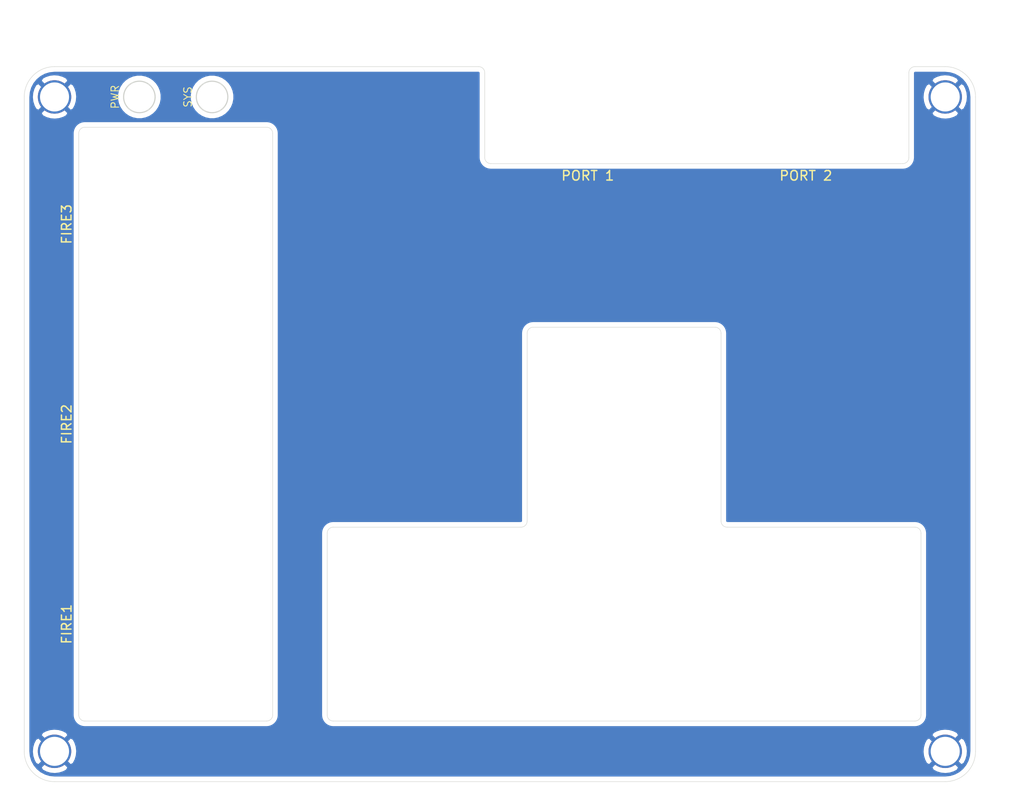
<source format=kicad_pcb>
(kicad_pcb (version 20171130) (host pcbnew "(5.1.8)-1")

  (general
    (thickness 1.6)
    (drawings 53)
    (tracks 0)
    (zones 0)
    (modules 4)
    (nets 2)
  )

  (page A4)
  (layers
    (0 F.Cu signal)
    (31 B.Cu signal)
    (32 B.Adhes user)
    (33 F.Adhes user)
    (34 B.Paste user)
    (35 F.Paste user)
    (36 B.SilkS user)
    (37 F.SilkS user)
    (38 B.Mask user)
    (39 F.Mask user)
    (40 Dwgs.User user)
    (41 Cmts.User user)
    (42 Eco1.User user)
    (43 Eco2.User user)
    (44 Edge.Cuts user)
    (45 Margin user)
    (46 B.CrtYd user)
    (47 F.CrtYd user)
    (48 B.Fab user)
    (49 F.Fab user)
  )

  (setup
    (last_trace_width 0.25)
    (trace_clearance 0.2)
    (zone_clearance 0.508)
    (zone_45_only no)
    (trace_min 0.2)
    (via_size 0.8)
    (via_drill 0.4)
    (via_min_size 0.4)
    (via_min_drill 0.3)
    (uvia_size 0.3)
    (uvia_drill 0.1)
    (uvias_allowed no)
    (uvia_min_size 0.2)
    (uvia_min_drill 0.1)
    (edge_width 0.05)
    (segment_width 0.2)
    (pcb_text_width 0.3)
    (pcb_text_size 1.5 1.5)
    (mod_edge_width 0.12)
    (mod_text_size 1 1)
    (mod_text_width 0.15)
    (pad_size 1.524 1.524)
    (pad_drill 0.762)
    (pad_to_mask_clearance 0)
    (aux_axis_origin 0 0)
    (visible_elements 7FFFFFFF)
    (pcbplotparams
      (layerselection 0x011fc_ffffffff)
      (usegerberextensions true)
      (usegerberattributes false)
      (usegerberadvancedattributes false)
      (creategerberjobfile false)
      (excludeedgelayer true)
      (linewidth 0.100000)
      (plotframeref false)
      (viasonmask false)
      (mode 1)
      (useauxorigin false)
      (hpglpennumber 1)
      (hpglpenspeed 20)
      (hpglpendiameter 15.000000)
      (psnegative false)
      (psa4output false)
      (plotreference true)
      (plotvalue true)
      (plotinvisibletext false)
      (padsonsilk false)
      (subtractmaskfromsilk false)
      (outputformat 1)
      (mirror false)
      (drillshape 0)
      (scaleselection 1)
      (outputdirectory "export/"))
  )

  (net 0 "")
  (net 1 "Net-(M1-Pad1)")

  (net_class Default "This is the default net class."
    (clearance 0.2)
    (trace_width 0.25)
    (via_dia 0.8)
    (via_drill 0.4)
    (uvia_dia 0.3)
    (uvia_drill 0.1)
    (add_net "Net-(M1-Pad1)")
  )

  (module mounting:M3_pin (layer F.Cu) (tedit 5F76331A) (tstamp 5FB9C1CD)
    (at 144.145 154.305)
    (descr "module 1 pin (ou trou mecanique de percage)")
    (tags DEV)
    (path /5FB6F935)
    (fp_text reference M1 (at 0 -3.048) (layer F.Fab) hide
      (effects (font (size 1 1) (thickness 0.15)))
    )
    (fp_text value Mounting (at 0 3) (layer F.Fab) hide
      (effects (font (size 1 1) (thickness 0.15)))
    )
    (fp_circle (center 0 0) (end 2.6 0) (layer F.CrtYd) (width 0.05))
    (fp_circle (center 0 0) (end 2 0.8) (layer F.Fab) (width 0.1))
    (pad 1 thru_hole circle (at 0 0) (size 3.5 3.5) (drill 3.048) (layers *.Cu *.Mask)
      (net 1 "Net-(M1-Pad1)") (solder_mask_margin 0.8))
  )

  (module mounting:M3_pin (layer F.Cu) (tedit 5F76331A) (tstamp 5FB9C1D3)
    (at 237.49 154.305)
    (descr "module 1 pin (ou trou mecanique de percage)")
    (tags DEV)
    (path /5FB70096)
    (fp_text reference M2 (at 0 -3.048) (layer F.Fab) hide
      (effects (font (size 1 1) (thickness 0.15)))
    )
    (fp_text value Mounting (at 0 3) (layer F.Fab) hide
      (effects (font (size 1 1) (thickness 0.15)))
    )
    (fp_circle (center 0 0) (end 2 0.8) (layer F.Fab) (width 0.1))
    (fp_circle (center 0 0) (end 2.6 0) (layer F.CrtYd) (width 0.05))
    (pad 1 thru_hole circle (at 0 0) (size 3.5 3.5) (drill 3.048) (layers *.Cu *.Mask)
      (net 1 "Net-(M1-Pad1)") (solder_mask_margin 0.8))
  )

  (module mounting:M3_pin (layer F.Cu) (tedit 5F76331A) (tstamp 5FB9C1D9)
    (at 237.49 85.725)
    (descr "module 1 pin (ou trou mecanique de percage)")
    (tags DEV)
    (path /5FB70244)
    (fp_text reference M3 (at 0 -3.048) (layer F.Fab) hide
      (effects (font (size 1 1) (thickness 0.15)))
    )
    (fp_text value Mounting (at 0 3) (layer F.Fab) hide
      (effects (font (size 1 1) (thickness 0.15)))
    )
    (fp_circle (center 0 0) (end 2.6 0) (layer F.CrtYd) (width 0.05))
    (fp_circle (center 0 0) (end 2 0.8) (layer F.Fab) (width 0.1))
    (pad 1 thru_hole circle (at 0 0) (size 3.5 3.5) (drill 3.048) (layers *.Cu *.Mask)
      (net 1 "Net-(M1-Pad1)") (solder_mask_margin 0.8))
  )

  (module mounting:M3_pin (layer F.Cu) (tedit 5F76331A) (tstamp 5FB9C1DF)
    (at 144.145 85.725)
    (descr "module 1 pin (ou trou mecanique de percage)")
    (tags DEV)
    (path /5FB705F7)
    (fp_text reference M4 (at 0 -3.048) (layer F.Fab) hide
      (effects (font (size 1 1) (thickness 0.15)))
    )
    (fp_text value Mounting (at 0 3) (layer F.Fab) hide
      (effects (font (size 1 1) (thickness 0.15)))
    )
    (fp_circle (center 0 0) (end 2 0.8) (layer F.Fab) (width 0.1))
    (fp_circle (center 0 0) (end 2.6 0) (layer F.CrtYd) (width 0.05))
    (pad 1 thru_hole circle (at 0 0) (size 3.5 3.5) (drill 3.048) (layers *.Cu *.Mask)
      (net 1 "Net-(M1-Pad1)") (solder_mask_margin 0.8))
  )

  (gr_circle (center 153.035 85.725) (end 155.653172 85.725) (layer Dwgs.User) (width 0.05))
  (gr_circle (center 160.655 85.725) (end 163.273172 85.725) (layer Dwgs.User) (width 0.05))
  (gr_text "PORT 1" (at 200.025 93.98) (layer F.SilkS) (tstamp 5FBC8038)
    (effects (font (size 1 1) (thickness 0.15)))
  )
  (gr_text "PORT 2" (at 222.885 93.98) (layer F.SilkS) (tstamp 5FBC8038)
    (effects (font (size 1 1) (thickness 0.15)))
  )
  (gr_text FIRE3 (at 145.415 99.06 90) (layer F.SilkS) (tstamp 5FBC8038)
    (effects (font (size 1 1) (thickness 0.15)))
  )
  (gr_text FIRE2 (at 145.415 120.015 90) (layer F.SilkS) (tstamp 5FBC8038)
    (effects (font (size 1 1) (thickness 0.15)))
  )
  (gr_text FIRE1 (at 145.415 140.97 90) (layer F.SilkS)
    (effects (font (size 1 1) (thickness 0.15)))
  )
  (gr_text SYS (at 158.115 85.725 90) (layer F.SilkS) (tstamp 5FBC6766)
    (effects (font (size 0.8 0.8) (thickness 0.1)))
  )
  (gr_text PWR (at 150.495 85.725 90) (layer F.SilkS)
    (effects (font (size 0.8 0.8) (thickness 0.1)))
  )
  (gr_circle (center 160.655 85.725) (end 162.306 85.725) (layer Edge.Cuts) (width 0.12) (tstamp 5FBC673B))
  (gr_circle (center 153.035 85.725) (end 154.686 85.725) (layer Edge.Cuts) (width 0.12))
  (gr_circle (center 160.655 85.725) (end 161.925 85.725) (layer B.Mask) (width 2.5) (tstamp 5FBC668F))
  (gr_circle (center 153.035 85.725) (end 154.305 85.725) (layer B.Mask) (width 2.5))
  (gr_arc (start 189.865 92.075) (end 189.23 92.075) (angle -90) (layer Edge.Cuts) (width 0.05) (tstamp 5FBAF8B9))
  (gr_line (start 189.865 92.71) (end 233.045 92.71) (layer Edge.Cuts) (width 0.05) (tstamp 5FB9D7D8))
  (gr_line (start 189.23 92.075) (end 189.23 83.185) (layer Edge.Cuts) (width 0.05) (tstamp 5FB9D7D7))
  (gr_line (start 234.315 82.55) (end 237.49 82.55) (layer Edge.Cuts) (width 0.05) (tstamp 5FB9D7D6))
  (gr_line (start 233.68 92.075) (end 233.68 83.185) (layer Edge.Cuts) (width 0.05) (tstamp 5FB9D7D5))
  (gr_arc (start 234.315 83.185) (end 234.315 82.55) (angle -90) (layer Edge.Cuts) (width 0.05) (tstamp 5FB9D7D0))
  (gr_arc (start 188.595 83.185) (end 189.23 83.185) (angle -90) (layer Edge.Cuts) (width 0.05) (tstamp 5FB9D7C7))
  (gr_arc (start 233.045 92.075) (end 233.045 92.71) (angle -90) (layer Edge.Cuts) (width 0.05) (tstamp 5FB9D7B3))
  (gr_arc (start 237.49 85.725) (end 240.665 85.725) (angle -90) (layer Edge.Cuts) (width 0.05) (tstamp 5FB9CCB1))
  (gr_arc (start 144.145 85.725) (end 144.145 82.55) (angle -90) (layer Edge.Cuts) (width 0.05) (tstamp 5FB9CCB1))
  (gr_line (start 146.685 89.535) (end 146.685 150.495) (layer Edge.Cuts) (width 0.05) (tstamp 5FB9CBBF))
  (gr_line (start 166.37 88.9) (end 147.32 88.9) (layer Edge.Cuts) (width 0.05) (tstamp 5FB9CBBE))
  (gr_line (start 167.005 150.495) (end 167.005 89.535) (layer Edge.Cuts) (width 0.05) (tstamp 5FB9CBBD))
  (gr_line (start 147.32 151.13) (end 166.37 151.13) (layer Edge.Cuts) (width 0.05) (tstamp 5FB9CBBC))
  (gr_line (start 172.72 150.495) (end 172.72 131.445) (layer Edge.Cuts) (width 0.05) (tstamp 5FB9CBBB))
  (gr_line (start 234.315 151.13) (end 173.355 151.13) (layer Edge.Cuts) (width 0.05) (tstamp 5FB9CBBA))
  (gr_line (start 234.95 131.445) (end 234.95 150.495) (layer Edge.Cuts) (width 0.05) (tstamp 5FB9CBB9))
  (gr_line (start 214.63 130.81) (end 234.315 130.81) (layer Edge.Cuts) (width 0.05) (tstamp 5FB9CBB8))
  (gr_line (start 213.995 110.49) (end 213.995 130.175) (layer Edge.Cuts) (width 0.05) (tstamp 5FB9CBB7))
  (gr_line (start 194.31 109.855) (end 213.36 109.855) (layer Edge.Cuts) (width 0.05) (tstamp 5FB9CBB6))
  (gr_line (start 193.675 130.175) (end 193.675 110.49) (layer Edge.Cuts) (width 0.05) (tstamp 5FB9CBB5))
  (gr_line (start 173.355 130.81) (end 193.04 130.81) (layer Edge.Cuts) (width 0.05) (tstamp 5FB9CBB4))
  (gr_arc (start 173.355 131.445) (end 173.355 130.81) (angle -90) (layer Edge.Cuts) (width 0.05) (tstamp 5FB9CB9A))
  (gr_arc (start 214.63 130.175) (end 213.995 130.175) (angle -90) (layer Edge.Cuts) (width 0.05) (tstamp 5FB9CB9A))
  (gr_arc (start 193.04 130.175) (end 193.04 130.81) (angle -90) (layer Edge.Cuts) (width 0.05) (tstamp 5FB9CB9A))
  (gr_arc (start 194.31 110.49) (end 194.31 109.855) (angle -90) (layer Edge.Cuts) (width 0.05) (tstamp 5FB9CB9A))
  (gr_arc (start 213.36 110.49) (end 213.995 110.49) (angle -90) (layer Edge.Cuts) (width 0.05) (tstamp 5FB9CB9A))
  (gr_arc (start 234.315 131.445) (end 234.95 131.445) (angle -90) (layer Edge.Cuts) (width 0.05) (tstamp 5FB9CB9A))
  (gr_arc (start 173.355 150.495) (end 172.72 150.495) (angle -90) (layer Edge.Cuts) (width 0.05) (tstamp 5FB9CB9A))
  (gr_arc (start 166.37 89.535) (end 167.005 89.535) (angle -90) (layer Edge.Cuts) (width 0.05) (tstamp 5FB9CB9A))
  (gr_arc (start 147.32 89.535) (end 147.32 88.9) (angle -90) (layer Edge.Cuts) (width 0.05) (tstamp 5FB9CB9A))
  (gr_arc (start 234.315 150.495) (end 234.315 151.13) (angle -90) (layer Edge.Cuts) (width 0.05) (tstamp 5FB9C9C1))
  (gr_arc (start 166.37 150.495) (end 166.37 151.13) (angle -90) (layer Edge.Cuts) (width 0.05) (tstamp 5FB9C9B9))
  (gr_arc (start 147.32 150.495) (end 146.685 150.495) (angle -90) (layer Edge.Cuts) (width 0.05))
  (gr_arc (start 237.49 154.305) (end 237.49 157.48) (angle -90) (layer Edge.Cuts) (width 0.05) (tstamp 5FB9C7DE))
  (gr_arc (start 144.145 154.305) (end 140.97 154.305) (angle -90) (layer Edge.Cuts) (width 0.05))
  (gr_line (start 240.665 85.725) (end 240.665 154.305) (layer Edge.Cuts) (width 0.05))
  (gr_line (start 144.145 82.55) (end 188.595 82.55) (layer Edge.Cuts) (width 0.05))
  (gr_line (start 140.97 154.305) (end 140.97 85.725) (layer Edge.Cuts) (width 0.05))
  (gr_line (start 237.49 157.48) (end 144.145 157.48) (layer Edge.Cuts) (width 0.05))

  (zone (net 1) (net_name "Net-(M1-Pad1)") (layer B.Cu) (tstamp 5FF8C2F1) (hatch edge 0.508)
    (connect_pads (clearance 0.508))
    (min_thickness 0.254)
    (fill yes (arc_segments 32) (thermal_gap 0.508) (thermal_bridge_width 0.508))
    (polygon
      (pts
        (xy 245.745 160.02) (xy 138.43 160.02) (xy 138.43 75.565) (xy 245.745 75.565)
      )
    )
    (filled_polygon
      (pts
        (xy 188.569513 83.210666) (xy 188.570001 83.21531) (xy 188.57 92.107418) (xy 188.572758 92.135419) (xy 188.572731 92.139255)
        (xy 188.573631 92.148426) (xy 188.586586 92.271677) (xy 188.598615 92.330274) (xy 188.609822 92.389028) (xy 188.612486 92.39785)
        (xy 188.649133 92.516238) (xy 188.672308 92.571368) (xy 188.694722 92.626847) (xy 188.699049 92.634983) (xy 188.757992 92.743998)
        (xy 188.791437 92.793582) (xy 188.824197 92.843645) (xy 188.830022 92.850786) (xy 188.909018 92.946276) (xy 188.951467 92.98843)
        (xy 188.993315 93.031165) (xy 189.000416 93.037039) (xy 189.096455 93.115367) (xy 189.146281 93.148472) (xy 189.195638 93.182267)
        (xy 189.203744 93.18665) (xy 189.313167 93.244832) (xy 189.368459 93.267621) (xy 189.423455 93.291193) (xy 189.432258 93.293918)
        (xy 189.550899 93.329737) (xy 189.609583 93.341357) (xy 189.668094 93.353794) (xy 189.67725 93.354756) (xy 189.677255 93.354757)
        (xy 189.677259 93.354757) (xy 189.800597 93.36685) (xy 189.800598 93.36685) (xy 189.832581 93.37) (xy 233.077419 93.37)
        (xy 233.105419 93.367242) (xy 233.109255 93.367269) (xy 233.118426 93.366369) (xy 233.241677 93.353414) (xy 233.300274 93.341385)
        (xy 233.359028 93.330178) (xy 233.36785 93.327514) (xy 233.486238 93.290867) (xy 233.541368 93.267692) (xy 233.596847 93.245278)
        (xy 233.604983 93.240951) (xy 233.713998 93.182008) (xy 233.763582 93.148563) (xy 233.813645 93.115803) (xy 233.820786 93.109978)
        (xy 233.916276 93.030982) (xy 233.95843 92.988533) (xy 234.001165 92.946685) (xy 234.007039 92.939584) (xy 234.085367 92.843545)
        (xy 234.118472 92.793719) (xy 234.152267 92.744362) (xy 234.15665 92.736256) (xy 234.214832 92.626833) (xy 234.237621 92.571541)
        (xy 234.261193 92.516545) (xy 234.263918 92.507742) (xy 234.299737 92.389101) (xy 234.311359 92.330408) (xy 234.323794 92.271906)
        (xy 234.324756 92.26275) (xy 234.324757 92.262745) (xy 234.324757 92.262741) (xy 234.33685 92.139403) (xy 234.33685 92.139402)
        (xy 234.34 92.107419) (xy 234.34 87.394609) (xy 235.999997 87.394609) (xy 236.186073 87.735766) (xy 236.603409 87.951513)
        (xy 237.054815 88.081696) (xy 237.522946 88.121313) (xy 237.989811 88.068842) (xy 238.437468 87.926297) (xy 238.793927 87.735766)
        (xy 238.980003 87.394609) (xy 237.49 85.904605) (xy 235.999997 87.394609) (xy 234.34 87.394609) (xy 234.34 85.757946)
        (xy 235.093687 85.757946) (xy 235.146158 86.224811) (xy 235.288703 86.672468) (xy 235.479234 87.028927) (xy 235.820391 87.215003)
        (xy 237.310395 85.725) (xy 237.669605 85.725) (xy 239.159609 87.215003) (xy 239.500766 87.028927) (xy 239.716513 86.611591)
        (xy 239.846696 86.160185) (xy 239.886313 85.692054) (xy 239.833842 85.225189) (xy 239.691297 84.777532) (xy 239.500766 84.421073)
        (xy 239.159609 84.234997) (xy 237.669605 85.725) (xy 237.310395 85.725) (xy 235.820391 84.234997) (xy 235.479234 84.421073)
        (xy 235.263487 84.838409) (xy 235.133304 85.289815) (xy 235.093687 85.757946) (xy 234.34 85.757946) (xy 234.34 84.055391)
        (xy 235.999997 84.055391) (xy 237.49 85.545395) (xy 238.980003 84.055391) (xy 238.793927 83.714234) (xy 238.376591 83.498487)
        (xy 237.925185 83.368304) (xy 237.457054 83.328687) (xy 236.990189 83.381158) (xy 236.542532 83.523703) (xy 236.186073 83.714234)
        (xy 235.999997 84.055391) (xy 234.34 84.055391) (xy 234.34 83.217275) (xy 234.340666 83.210487) (xy 234.345301 83.21)
        (xy 237.457722 83.21) (xy 237.977884 83.261002) (xy 238.447188 83.402694) (xy 238.880025 83.632837) (xy 239.259927 83.942678)
        (xy 239.572403 84.320397) (xy 239.805569 84.751627) (xy 239.950532 85.219928) (xy 240.005 85.738153) (xy 240.005001 154.272712)
        (xy 239.953998 154.792883) (xy 239.812307 155.262186) (xy 239.582161 155.695028) (xy 239.272323 156.074927) (xy 238.8946 156.387406)
        (xy 238.463373 156.620569) (xy 237.995073 156.765532) (xy 237.476847 156.82) (xy 144.177278 156.82) (xy 143.657117 156.768998)
        (xy 143.187814 156.627307) (xy 142.754972 156.397161) (xy 142.375073 156.087323) (xy 142.281829 155.974609) (xy 142.654997 155.974609)
        (xy 142.841073 156.315766) (xy 143.258409 156.531513) (xy 143.709815 156.661696) (xy 144.177946 156.701313) (xy 144.644811 156.648842)
        (xy 145.092468 156.506297) (xy 145.448927 156.315766) (xy 145.635003 155.974609) (xy 235.999997 155.974609) (xy 236.186073 156.315766)
        (xy 236.603409 156.531513) (xy 237.054815 156.661696) (xy 237.522946 156.701313) (xy 237.989811 156.648842) (xy 238.437468 156.506297)
        (xy 238.793927 156.315766) (xy 238.980003 155.974609) (xy 237.49 154.484605) (xy 235.999997 155.974609) (xy 145.635003 155.974609)
        (xy 144.145 154.484605) (xy 142.654997 155.974609) (xy 142.281829 155.974609) (xy 142.062594 155.7096) (xy 141.829431 155.278373)
        (xy 141.684468 154.810073) (xy 141.634846 154.337946) (xy 141.748687 154.337946) (xy 141.801158 154.804811) (xy 141.943703 155.252468)
        (xy 142.134234 155.608927) (xy 142.475391 155.795003) (xy 143.965395 154.305) (xy 144.324605 154.305) (xy 145.814609 155.795003)
        (xy 146.155766 155.608927) (xy 146.371513 155.191591) (xy 146.501696 154.740185) (xy 146.535736 154.337946) (xy 235.093687 154.337946)
        (xy 235.146158 154.804811) (xy 235.288703 155.252468) (xy 235.479234 155.608927) (xy 235.820391 155.795003) (xy 237.310395 154.305)
        (xy 237.669605 154.305) (xy 239.159609 155.795003) (xy 239.500766 155.608927) (xy 239.716513 155.191591) (xy 239.846696 154.740185)
        (xy 239.886313 154.272054) (xy 239.833842 153.805189) (xy 239.691297 153.357532) (xy 239.500766 153.001073) (xy 239.159609 152.814997)
        (xy 237.669605 154.305) (xy 237.310395 154.305) (xy 235.820391 152.814997) (xy 235.479234 153.001073) (xy 235.263487 153.418409)
        (xy 235.133304 153.869815) (xy 235.093687 154.337946) (xy 146.535736 154.337946) (xy 146.541313 154.272054) (xy 146.488842 153.805189)
        (xy 146.346297 153.357532) (xy 146.155766 153.001073) (xy 145.814609 152.814997) (xy 144.324605 154.305) (xy 143.965395 154.305)
        (xy 142.475391 152.814997) (xy 142.134234 153.001073) (xy 141.918487 153.418409) (xy 141.788304 153.869815) (xy 141.748687 154.337946)
        (xy 141.634846 154.337946) (xy 141.63 154.291847) (xy 141.63 152.635391) (xy 142.654997 152.635391) (xy 144.145 154.125395)
        (xy 145.635003 152.635391) (xy 235.999997 152.635391) (xy 237.49 154.125395) (xy 238.980003 152.635391) (xy 238.793927 152.294234)
        (xy 238.376591 152.078487) (xy 237.925185 151.948304) (xy 237.457054 151.908687) (xy 236.990189 151.961158) (xy 236.542532 152.103703)
        (xy 236.186073 152.294234) (xy 235.999997 152.635391) (xy 145.635003 152.635391) (xy 145.448927 152.294234) (xy 145.031591 152.078487)
        (xy 144.580185 151.948304) (xy 144.112054 151.908687) (xy 143.645189 151.961158) (xy 143.197532 152.103703) (xy 142.841073 152.294234)
        (xy 142.654997 152.635391) (xy 141.63 152.635391) (xy 141.63 89.502582) (xy 146.025 89.502582) (xy 146.025001 150.527419)
        (xy 146.027758 150.55541) (xy 146.027731 150.559255) (xy 146.028631 150.568426) (xy 146.041586 150.691677) (xy 146.053615 150.750274)
        (xy 146.064822 150.809028) (xy 146.067486 150.81785) (xy 146.104133 150.936238) (xy 146.127308 150.991368) (xy 146.149722 151.046847)
        (xy 146.154049 151.054983) (xy 146.212992 151.163998) (xy 146.246437 151.213582) (xy 146.279197 151.263645) (xy 146.285022 151.270786)
        (xy 146.364018 151.366276) (xy 146.406467 151.40843) (xy 146.448315 151.451165) (xy 146.455416 151.457039) (xy 146.551455 151.535367)
        (xy 146.601281 151.568472) (xy 146.650638 151.602267) (xy 146.658744 151.60665) (xy 146.768167 151.664832) (xy 146.823459 151.687621)
        (xy 146.878455 151.711193) (xy 146.887258 151.713918) (xy 147.005899 151.749737) (xy 147.064583 151.761357) (xy 147.123094 151.773794)
        (xy 147.13225 151.774756) (xy 147.132255 151.774757) (xy 147.132259 151.774757) (xy 147.255597 151.78685) (xy 147.255598 151.78685)
        (xy 147.287581 151.79) (xy 166.402419 151.79) (xy 166.430419 151.787242) (xy 166.434255 151.787269) (xy 166.443426 151.786369)
        (xy 166.566677 151.773414) (xy 166.625274 151.761385) (xy 166.684028 151.750178) (xy 166.69285 151.747514) (xy 166.811238 151.710867)
        (xy 166.866368 151.687692) (xy 166.921847 151.665278) (xy 166.929983 151.660951) (xy 167.038998 151.602008) (xy 167.088582 151.568563)
        (xy 167.138645 151.535803) (xy 167.145786 151.529978) (xy 167.241276 151.450982) (xy 167.28343 151.408533) (xy 167.326165 151.366685)
        (xy 167.332039 151.359584) (xy 167.410367 151.263545) (xy 167.443472 151.213719) (xy 167.477267 151.164362) (xy 167.48165 151.156256)
        (xy 167.539832 151.046833) (xy 167.562621 150.991541) (xy 167.586193 150.936545) (xy 167.588918 150.927742) (xy 167.624737 150.809101)
        (xy 167.636359 150.750408) (xy 167.648794 150.691906) (xy 167.649756 150.68275) (xy 167.649757 150.682745) (xy 167.649757 150.682741)
        (xy 167.66185 150.559403) (xy 167.66185 150.559402) (xy 167.665 150.527419) (xy 167.665 150.527418) (xy 172.06 150.527418)
        (xy 172.062758 150.555419) (xy 172.062731 150.559255) (xy 172.063631 150.568426) (xy 172.076586 150.691677) (xy 172.088615 150.750274)
        (xy 172.099822 150.809028) (xy 172.102486 150.81785) (xy 172.139133 150.936238) (xy 172.162308 150.991368) (xy 172.184722 151.046847)
        (xy 172.189049 151.054983) (xy 172.247992 151.163998) (xy 172.281437 151.213582) (xy 172.314197 151.263645) (xy 172.320022 151.270786)
        (xy 172.399018 151.366276) (xy 172.441467 151.40843) (xy 172.483315 151.451165) (xy 172.490416 151.457039) (xy 172.586455 151.535367)
        (xy 172.636281 151.568472) (xy 172.685638 151.602267) (xy 172.693744 151.60665) (xy 172.803167 151.664832) (xy 172.858459 151.687621)
        (xy 172.913455 151.711193) (xy 172.922258 151.713918) (xy 173.040899 151.749737) (xy 173.099583 151.761357) (xy 173.158094 151.773794)
        (xy 173.16725 151.774756) (xy 173.167255 151.774757) (xy 173.167259 151.774757) (xy 173.290597 151.78685) (xy 173.290598 151.78685)
        (xy 173.322581 151.79) (xy 234.347419 151.79) (xy 234.375419 151.787242) (xy 234.379255 151.787269) (xy 234.388426 151.786369)
        (xy 234.511677 151.773414) (xy 234.570274 151.761385) (xy 234.629028 151.750178) (xy 234.63785 151.747514) (xy 234.756238 151.710867)
        (xy 234.811368 151.687692) (xy 234.866847 151.665278) (xy 234.874983 151.660951) (xy 234.983998 151.602008) (xy 235.033582 151.568563)
        (xy 235.083645 151.535803) (xy 235.090786 151.529978) (xy 235.186276 151.450982) (xy 235.22843 151.408533) (xy 235.271165 151.366685)
        (xy 235.277039 151.359584) (xy 235.355367 151.263545) (xy 235.388472 151.213719) (xy 235.422267 151.164362) (xy 235.42665 151.156256)
        (xy 235.484832 151.046833) (xy 235.507621 150.991541) (xy 235.531193 150.936545) (xy 235.533918 150.927742) (xy 235.569737 150.809101)
        (xy 235.581359 150.750408) (xy 235.593794 150.691906) (xy 235.594756 150.68275) (xy 235.594757 150.682745) (xy 235.594757 150.682741)
        (xy 235.60685 150.559403) (xy 235.60685 150.559402) (xy 235.61 150.527419) (xy 235.61 131.412581) (xy 235.607242 131.384581)
        (xy 235.607269 131.380745) (xy 235.606369 131.371574) (xy 235.593414 131.248323) (xy 235.581387 131.189733) (xy 235.570178 131.130971)
        (xy 235.567514 131.122149) (xy 235.530867 131.003762) (xy 235.507692 130.948632) (xy 235.485278 130.893153) (xy 235.480951 130.885017)
        (xy 235.422007 130.776002) (xy 235.388565 130.726422) (xy 235.355803 130.676355) (xy 235.349978 130.669214) (xy 235.270982 130.573724)
        (xy 235.228566 130.531603) (xy 235.186684 130.488834) (xy 235.179584 130.482961) (xy 235.083545 130.404633) (xy 235.033703 130.371518)
        (xy 234.984362 130.337733) (xy 234.976256 130.33335) (xy 234.866832 130.275168) (xy 234.811554 130.252384) (xy 234.756545 130.228807)
        (xy 234.747741 130.226082) (xy 234.629101 130.190262) (xy 234.570372 130.178633) (xy 234.511905 130.166206) (xy 234.502747 130.165244)
        (xy 234.502744 130.165243) (xy 234.502741 130.165243) (xy 234.379402 130.15315) (xy 234.347419 130.15) (xy 214.662275 130.15)
        (xy 214.655487 130.149335) (xy 214.655 130.144699) (xy 214.655 110.457581) (xy 214.652242 110.429581) (xy 214.652269 110.425745)
        (xy 214.651369 110.416574) (xy 214.638414 110.293323) (xy 214.626387 110.234733) (xy 214.615178 110.175971) (xy 214.612514 110.167149)
        (xy 214.575867 110.048762) (xy 214.552692 109.993632) (xy 214.530278 109.938153) (xy 214.525951 109.930017) (xy 214.467007 109.821002)
        (xy 214.433565 109.771422) (xy 214.400803 109.721355) (xy 214.394978 109.714214) (xy 214.315982 109.618724) (xy 214.273566 109.576603)
        (xy 214.231684 109.533834) (xy 214.224584 109.527961) (xy 214.128545 109.449633) (xy 214.078703 109.416518) (xy 214.029362 109.382733)
        (xy 214.021256 109.37835) (xy 213.911832 109.320168) (xy 213.856554 109.297384) (xy 213.801545 109.273807) (xy 213.792741 109.271082)
        (xy 213.674101 109.235262) (xy 213.615372 109.223633) (xy 213.556905 109.211206) (xy 213.547747 109.210244) (xy 213.547744 109.210243)
        (xy 213.547741 109.210243) (xy 213.424402 109.19815) (xy 213.392419 109.195) (xy 194.277581 109.195) (xy 194.249581 109.197758)
        (xy 194.245745 109.197731) (xy 194.236574 109.198631) (xy 194.113323 109.211586) (xy 194.054733 109.223613) (xy 193.995971 109.234822)
        (xy 193.987149 109.237486) (xy 193.868762 109.274133) (xy 193.813632 109.297308) (xy 193.758153 109.319722) (xy 193.750017 109.324049)
        (xy 193.641002 109.382993) (xy 193.591422 109.416435) (xy 193.541355 109.449197) (xy 193.534214 109.455022) (xy 193.438724 109.534018)
        (xy 193.396603 109.576434) (xy 193.353834 109.618316) (xy 193.347961 109.625416) (xy 193.269633 109.721455) (xy 193.236518 109.771297)
        (xy 193.202733 109.820638) (xy 193.19835 109.828744) (xy 193.140168 109.938168) (xy 193.117384 109.993446) (xy 193.093807 110.048455)
        (xy 193.091082 110.057259) (xy 193.055262 110.175899) (xy 193.043641 110.234592) (xy 193.031206 110.293095) (xy 193.030244 110.302253)
        (xy 193.030244 110.302254) (xy 193.030243 110.302259) (xy 193.01815 110.425598) (xy 193.01815 110.425608) (xy 193.015001 110.457581)
        (xy 193.015 130.142725) (xy 193.014335 130.149513) (xy 193.009699 130.15) (xy 173.322581 130.15) (xy 173.294581 130.152758)
        (xy 173.290745 130.152731) (xy 173.281574 130.153631) (xy 173.158323 130.166586) (xy 173.099733 130.178613) (xy 173.040971 130.189822)
        (xy 173.032149 130.192486) (xy 172.913762 130.229133) (xy 172.858632 130.252308) (xy 172.803153 130.274722) (xy 172.795017 130.279049)
        (xy 172.686002 130.337993) (xy 172.636422 130.371435) (xy 172.586355 130.404197) (xy 172.579214 130.410022) (xy 172.483724 130.489018)
        (xy 172.441603 130.531434) (xy 172.398834 130.573316) (xy 172.392961 130.580416) (xy 172.314633 130.676455) (xy 172.281518 130.726297)
        (xy 172.247733 130.775638) (xy 172.24335 130.783744) (xy 172.185168 130.893168) (xy 172.16239 130.948432) (xy 172.138807 131.003455)
        (xy 172.136082 131.012259) (xy 172.100262 131.130899) (xy 172.088641 131.189592) (xy 172.076206 131.248095) (xy 172.075244 131.257253)
        (xy 172.075244 131.257254) (xy 172.075243 131.257259) (xy 172.06315 131.380598) (xy 172.06315 131.380608) (xy 172.060001 131.412581)
        (xy 172.06 150.527418) (xy 167.665 150.527418) (xy 167.665 89.502581) (xy 167.662242 89.474581) (xy 167.662269 89.470745)
        (xy 167.661369 89.461574) (xy 167.648414 89.338323) (xy 167.636387 89.279733) (xy 167.625178 89.220971) (xy 167.622514 89.212149)
        (xy 167.585867 89.093762) (xy 167.562692 89.038632) (xy 167.540278 88.983153) (xy 167.535951 88.975017) (xy 167.477007 88.866002)
        (xy 167.443565 88.816422) (xy 167.410803 88.766355) (xy 167.404978 88.759214) (xy 167.325982 88.663724) (xy 167.283566 88.621603)
        (xy 167.241684 88.578834) (xy 167.234584 88.572961) (xy 167.138545 88.494633) (xy 167.088703 88.461518) (xy 167.039362 88.427733)
        (xy 167.031256 88.42335) (xy 166.921832 88.365168) (xy 166.866554 88.342384) (xy 166.811545 88.318807) (xy 166.802741 88.316082)
        (xy 166.684101 88.280262) (xy 166.625372 88.268633) (xy 166.566905 88.256206) (xy 166.557747 88.255244) (xy 166.557744 88.255243)
        (xy 166.557741 88.255243) (xy 166.434402 88.24315) (xy 166.402419 88.24) (xy 147.287581 88.24) (xy 147.259581 88.242758)
        (xy 147.255745 88.242731) (xy 147.246574 88.243631) (xy 147.123323 88.256586) (xy 147.064733 88.268613) (xy 147.005971 88.279822)
        (xy 146.997149 88.282486) (xy 146.878762 88.319133) (xy 146.823632 88.342308) (xy 146.768153 88.364722) (xy 146.760017 88.369049)
        (xy 146.651002 88.427993) (xy 146.601422 88.461435) (xy 146.551355 88.494197) (xy 146.544214 88.500022) (xy 146.448724 88.579018)
        (xy 146.406603 88.621434) (xy 146.363834 88.663316) (xy 146.357961 88.670416) (xy 146.279633 88.766455) (xy 146.246518 88.816297)
        (xy 146.212733 88.865638) (xy 146.20835 88.873744) (xy 146.150168 88.983168) (xy 146.127384 89.038446) (xy 146.103807 89.093455)
        (xy 146.101082 89.102259) (xy 146.065262 89.220899) (xy 146.053641 89.279592) (xy 146.041206 89.338095) (xy 146.040244 89.347253)
        (xy 146.040244 89.347254) (xy 146.040243 89.347259) (xy 146.02815 89.470598) (xy 146.025 89.502582) (xy 141.63 89.502582)
        (xy 141.63 87.394609) (xy 142.654997 87.394609) (xy 142.841073 87.735766) (xy 143.258409 87.951513) (xy 143.709815 88.081696)
        (xy 144.177946 88.121313) (xy 144.644811 88.068842) (xy 145.092468 87.926297) (xy 145.448927 87.735766) (xy 145.635003 87.394609)
        (xy 144.145 85.904605) (xy 142.654997 87.394609) (xy 141.63 87.394609) (xy 141.63 85.757946) (xy 141.748687 85.757946)
        (xy 141.801158 86.224811) (xy 141.943703 86.672468) (xy 142.134234 87.028927) (xy 142.475391 87.215003) (xy 143.965395 85.725)
        (xy 144.324605 85.725) (xy 145.814609 87.215003) (xy 146.155766 87.028927) (xy 146.371513 86.611591) (xy 146.501696 86.160185)
        (xy 146.541313 85.692054) (xy 146.518952 85.493091) (xy 150.680393 85.493091) (xy 150.680393 85.956909) (xy 150.770879 86.411814)
        (xy 150.948374 86.840325) (xy 151.206057 87.225975) (xy 151.534025 87.553943) (xy 151.919675 87.811626) (xy 152.348186 87.989121)
        (xy 152.803091 88.079607) (xy 153.266909 88.079607) (xy 153.721814 87.989121) (xy 154.150325 87.811626) (xy 154.535975 87.553943)
        (xy 154.863943 87.225975) (xy 155.121626 86.840325) (xy 155.299121 86.411814) (xy 155.389607 85.956909) (xy 155.389607 85.493091)
        (xy 158.300393 85.493091) (xy 158.300393 85.956909) (xy 158.390879 86.411814) (xy 158.568374 86.840325) (xy 158.826057 87.225975)
        (xy 159.154025 87.553943) (xy 159.539675 87.811626) (xy 159.968186 87.989121) (xy 160.423091 88.079607) (xy 160.886909 88.079607)
        (xy 161.341814 87.989121) (xy 161.770325 87.811626) (xy 162.155975 87.553943) (xy 162.483943 87.225975) (xy 162.741626 86.840325)
        (xy 162.919121 86.411814) (xy 163.009607 85.956909) (xy 163.009607 85.493091) (xy 162.919121 85.038186) (xy 162.741626 84.609675)
        (xy 162.483943 84.224025) (xy 162.155975 83.896057) (xy 161.770325 83.638374) (xy 161.341814 83.460879) (xy 160.886909 83.370393)
        (xy 160.423091 83.370393) (xy 159.968186 83.460879) (xy 159.539675 83.638374) (xy 159.154025 83.896057) (xy 158.826057 84.224025)
        (xy 158.568374 84.609675) (xy 158.390879 85.038186) (xy 158.300393 85.493091) (xy 155.389607 85.493091) (xy 155.299121 85.038186)
        (xy 155.121626 84.609675) (xy 154.863943 84.224025) (xy 154.535975 83.896057) (xy 154.150325 83.638374) (xy 153.721814 83.460879)
        (xy 153.266909 83.370393) (xy 152.803091 83.370393) (xy 152.348186 83.460879) (xy 151.919675 83.638374) (xy 151.534025 83.896057)
        (xy 151.206057 84.224025) (xy 150.948374 84.609675) (xy 150.770879 85.038186) (xy 150.680393 85.493091) (xy 146.518952 85.493091)
        (xy 146.488842 85.225189) (xy 146.346297 84.777532) (xy 146.155766 84.421073) (xy 145.814609 84.234997) (xy 144.324605 85.725)
        (xy 143.965395 85.725) (xy 142.475391 84.234997) (xy 142.134234 84.421073) (xy 141.918487 84.838409) (xy 141.788304 85.289815)
        (xy 141.748687 85.757946) (xy 141.63 85.757946) (xy 141.63 85.757278) (xy 141.681002 85.237116) (xy 141.822694 84.767812)
        (xy 142.052837 84.334975) (xy 142.28086 84.055391) (xy 142.654997 84.055391) (xy 144.145 85.545395) (xy 145.635003 84.055391)
        (xy 145.448927 83.714234) (xy 145.031591 83.498487) (xy 144.580185 83.368304) (xy 144.112054 83.328687) (xy 143.645189 83.381158)
        (xy 143.197532 83.523703) (xy 142.841073 83.714234) (xy 142.654997 84.055391) (xy 142.28086 84.055391) (xy 142.362678 83.955073)
        (xy 142.740397 83.642597) (xy 143.171627 83.409431) (xy 143.639928 83.264468) (xy 144.158153 83.21) (xy 188.562725 83.21)
      )
    )
  )
)

</source>
